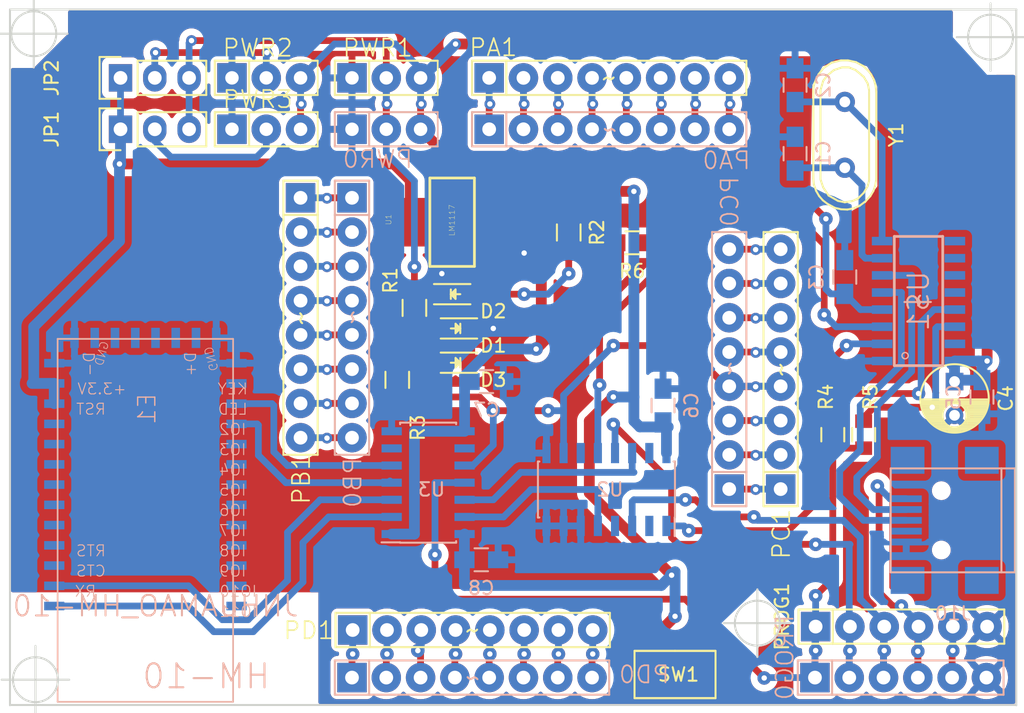
<source format=kicad_pcb>
(kicad_pcb (version 20221018) (generator pcbnew)
  (layers (0 "F.Cu" signal "Top") (31 "B.Cu" signal "Bottom") (34 "B.Paste" user) (35 "F.Paste" user) (36 "B.SilkS" user "B.Silkscreen") (37 "F.SilkS" user "F.Silkscreen") (38 "B.Mask" user) (39 "F.Mask" user) (44 "Edge.Cuts" user))
  (net 0 "")
  (net 1 "GND")
  (net 2 "/N$8")
  (net 3 "/3V3")
  (net 4 "/N$6")
  (net 5 "/N$2")
  (net 6 "/N$44")
  (net 7 "/N$45")
  (net 8 "/DTR")
  (net 9 "/N$40")
  (net 10 "/N$39")
  (net 11 "/N$38")
  (net 12 "/N$37")
  (net 13 "/N$36")
  (net 14 "/N$35")
  (net 15 "/N$34")
  (net 16 "/N$33")
  (net 17 "/N$25")
  (net 18 "/N$26")
  (net 19 "/N$27")
  (net 20 "/N$28")
  (net 21 "/N$29")
  (net 22 "/N$30")
  (net 23 "/N$31")
  (net 24 "/N$32")
  (net 25 "/N$17")
  (net 26 "/N$18")
  (net 27 "/N$19")
  (net 28 "/PB")
  (net 29 "/N$21")
  (net 30 "/N$22")
  (net 31 "/N$23")
  (net 32 "/N$24")
  (net 33 "/N$9")
  (net 34 "/N$10")
  (net 35 "/N$11")
  (net 36 "/N$12")
  (net 37 "/N$13")
  (net 38 "/N$14")
  (net 39 "/N$15")
  (net 40 "/N$16")
  (net 41 "/N$20")
  (net 42 "Vdd")
  (net 43 "Net-(E1-Pad2)")
  (net 44 "Net-(E1-Pad1)")
  (net 45 "/RX")
  (net 46 "/TX")
  (net 47 "Net-(U2-Pad14)")
  (net 48 "Net-(U2-Pad5)")
  (net 49 "/XI")
  (net 50 "/XO")
  (net 51 "/D-")
  (net 52 "D+")
  (net 53 "/RXD-CH340G")
  (net 54 "/TXD-CH340G")
  (net 55 "Net-(D1-Pad2)")
  (net 56 "Net-(D2-Pad2)")
  (net 57 "Net-(D3-Pad2)")
  (net 58 "/DTR-BT")
  (net 59 "/CONN-BT")
  (net 60 "Net-(R5-Pad1)")
  (net 61 "/DTR-USB")
  (footprint "shield:SPARKFUN-POWERIC_SOT223" (layer "F.Cu") (at 142.748 92.837 90)
    (fp_text reference "U1")
    (fp_text value "LM1117")
  )
  (footprint "shield:DP_DEVICES.V6_M1X8" (layer "F.Cu") (at 154.3811 82.1386)
    (fp_text reference "PA1")
    (fp_text value "~")
  )
  (footprint "shield:DP_DEVICES.V6_M1X8" (layer "F.Cu") (at 131.5211 99.9186 -90)
    (fp_text reference "PB1")
    (fp_text value "~")
  )
  (footprint "shield:DP_DEVICES.V6_M1X8" (layer "F.Cu") (at 167.0811 103.7286 90)
    (fp_text reference "PC1")
    (fp_text value "~")
  )
  (footprint "shield:DP_DEVICES.V6_M1X8" (layer "F.Cu") (at 144.272 123.063)
    (fp_text reference "PD1")
    (fp_text value "~")
  )
  (footprint "shield:DP_DEVICES.V6_M1X6" (layer "F.Cu") (at 169.672 122.809)
    (fp_text reference "PROG1")
    (fp_text value "~")
  )
  (footprint "LEDs:LED_0805" (layer "F.Cu") (at 143.002 100.711 180)
    (fp_text reference "D1")
    (fp_text value "ORANGE")
  )
  (footprint "LEDs:LED_0805" (layer "F.Cu") (at 143.002 98.171)
    (fp_text reference "D2")
    (fp_text value "RED")
  )
  (footprint "LEDs:LED_0805" (layer "F.Cu") (at 143.002 103.251 180)
    (fp_text reference "D3")
    (fp_text value "BLUE")
  )
  (footprint "Resistors_SMD:R_0805_HandSoldering" (layer "F.Cu") (at 139.954 99.187 -90)
    (fp_text reference "R1")
    (fp_text value "68")
  )
  (footprint "Resistors_SMD:R_0805_HandSoldering" (layer "F.Cu") (at 151.384 93.599 -90)
    (fp_text reference "R2")
    (fp_text value "150")
  )
  (footprint "Resistors_SMD:R_0805_HandSoldering" (layer "F.Cu") (at 138.684 104.521 -90)
    (fp_text reference "R3")
    (fp_text value "100")
  )
  (footprint "Capacitors_SMD:C_0805" (layer "F.Cu") (at 170.942 108.585 -90)
    (fp_text reference "R4")
    (fp_text value "DTR-RST")
  )
  (footprint "Capacitors_SMD:C_0805" (layer "F.Cu") (at 173.228 108.585 -90)
    (fp_text reference "R5")
    (fp_text value "RTS-RST")
  )
  (footprint "shield-pretty:NANO-SWITCH" (layer "F.Cu") (at 159.258 126.111)
    (fp_text reference "SW1")
    (fp_text value "RESET")
  )
  (footprint "Capacitors_THT:C_Radial_D5_L6_P2.5" (layer "F.Cu") (at 179.959 104.648 -90)
    (fp_text reference "C4")
    (fp_text value "22u")
  )
  (footprint "shield:DP_DEVICES.V6_M1X3" (layer "F.Cu") (at 135.3311 82.1386)
    (fp_text reference "PWR1")
    (fp_text value "~")
  )
  (footprint "shield:DP_DEVICES.V6_M1X3" (layer "F.Cu") (at 126.4411 82.1386)
    (fp_text reference "PWR2")
    (fp_text value "~")
  )
  (footprint "shield:DP_DEVICES.V6_M1X3" (layer "F.Cu") (at 126.4411 85.9486)
    (fp_text reference "PWR3")
    (fp_text value "~")
  )
  (footprint "Crystals:Crystal_HC49-U_Vertical" (layer "F.Cu") (at 171.831 86.36 -90)
    (fp_text reference "Y1")
    (fp_text value "12M")
  )
  (footprint "Pin_Headers:Pin_Header_Straight_1x03" (layer "F.Cu") (at 118.1861 85.9486 90)
    (fp_text reference "JP1")
    (fp_text value "~")
  )
  (footprint "Pin_Headers:Pin_Header_Straight_1x03" (layer "F.Cu") (at 118.1861 82.1386 90)
    (fp_text reference "JP2")
    (fp_text value "~")
  )
  (footprint "Capacitors_SMD:C_0805" (layer "F.Cu") (at 156.083 94.361 180)
    (fp_text reference "R6")
    (fp_text value "3V3USB")
  )
  (footprint "shield:DP_DEVICES.V6_M1X8" (layer "B.Cu") (at 154.3811 85.9486)
    (fp_text reference "PA0")
    (fp_text value "~")
  )
  (footprint "shield:DP_DEVICES.V6_M1X8" (layer "B.Cu") (at 135.3311 99.9186 -90)
    (fp_text reference "PB0")
    (fp_text value "~")
  )
  (footprint "shield:DP_DEVICES.V6_M1X8" (layer "B.Cu") (at 163.2711 103.7286 90)
    (fp_text reference "PC0")
    (fp_text value "~")
  )
  (footprint "shield:DP_DEVICES.V6_M1X8" (layer "B.Cu") (at 144.2211 126.5886)
    (fp_text reference "PD0")
    (fp_text value "~")
  )
  (footprint "shield:DP_DEVICES.V6_M1X6" (layer "B.Cu") (at 169.6211 126.5886)
    (fp_text reference "PROG0")
    (fp_text value "~")
  )
  (footprint "shield:DP_DEVICES.V6_M1X3" (layer "B.Cu") (at 135.3311 85.9486)
    (fp_text reference "PWR0")
    (fp_text value "~")
  )
  (footprint "Housings_SOIC:SOIC-16_3.9x9.9mm_Pitch1.27mm" (layer "B.Cu") (at 154.178 112.649 90)
    (fp_text reference "U2")
    (fp_text value "74LV4052")
  )
  (footprint "Housings_SOIC:SOIC-14_3.9x8.7mm_Pitch1.27mm" (layer "B.Cu") (at 140.97 112.141)
    (fp_text reference "U3")
    (fp_text value "TXB0104")
  )
  (footprint "Capacitors_SMD:C_0805_HandSoldering" (layer "B.Cu") (at 168.148 87.757 90)
    (fp_text reference "C1")
    (fp_text value "22p")
  )
  (footprint "Capacitors_SMD:C_0805_HandSoldering" (layer "B.Cu") (at 168.148 82.677 90)
    (fp_text reference "C2")
    (fp_text value "22p")
  )
  (footprint "Capacitors_SMD:C_0805_HandSoldering" (layer "B.Cu") (at 171.831 96.901 -90)
    (fp_text reference "C3")
    (fp_text value "0.01u")
  )
  (footprint "Capacitors_SMD:C_0805_HandSoldering" (layer "B.Cu") (at 181.991 105.791 -90)
    (fp_text reference "C5")
    (fp_text value "0.1u")
  )
  (footprint "Capacitors_SMD:C_0805_HandSoldering" (layer "B.Cu") (at 158.369 106.426 90)
    (fp_text reference "C6")
    (fp_text value "0.1u")
  )
  (footprint "Capacitors_SMD:C_0805_HandSoldering" (layer "B.Cu") (at 145.288 104.648)
    (fp_text reference "C7")
    (fp_text value "0.1u")
  )
  (footprint "Capacitors_SMD:C_0805_HandSoldering" (layer "B.Cu") (at 144.907 117.856)
    (fp_text reference "C8")
    (fp_text value "0.1u")
  )
  (footprint "shield:JNHUAMAO_26.9X13X2.2_BOARD" (layer "B.Cu") (at 120.777 121.285)
    (fp_text reference "E1")
    (fp_text value "JNHUAMAO_HM-10")
  )
  (footprint "shield:CH340G_SOIC16" (layer "B.Cu") (at 177.292 98.679 90)
    (fp_text reference "U$1")
    (fp_text value "~")
  )
  (footprint "shield-pretty:USB_Mini-B" (layer "B.Cu") (at 179.832 114.935 180)
    (fp_text reference "J10")
    (fp_text value "USB_OTG")
  )
  (gr_line (start 184.5311 128.64) (end 184.5311 77.0686) (stroke (width 0.15)) (layer "Edge.Cuts"))
  (gr_line (start 184.5311 77.0686) (end 110 77.0686) (stroke (width 0.15)) (layer "Edge.Cuts"))
  (gr_line (start 110 128.6206) (end 184.5311 128.6206) (stroke (width 0.15)) (layer "Edge.Cuts"))
  (gr_line (start 110 77.0686) (end 110 128.64) (stroke (width 0.15)) (layer "Edge.Cuts"))
  (target plus (at 111.887 126.746) (size 5) (width 0.15) (layer "Edge.Cuts"))
  (target plus (at 111.76 78.867) (size 5) (width 0.15) (layer "Edge.Cuts"))
  (target plus (at 182.626 79.121) (size 5) (width 0.15) (layer "Edge.Cuts"))
  (target plus (at 165.354 122.555) (size 5) (width 0.15) (layer "Edge.Cuts"))
  (segment (start 148.0566 95.1484) (end 148.082 95.123) (width 0.5) (layer "F.Cu") (net 1))
  (segment (start 141.95298 96.68002) (end 141.986 96.647) (width 0.8) (layer "F.Cu") (net 1))
  (segment (start 141.95298 98.171) (end 141.95298 96.68002) (width 0.8) (layer "F.Cu") (net 1))
  (segment (start 145.8468 95.1484) (end 148.0566 95.1484) (width 0.5) (layer "F.Cu") (net 1))
  (segment (start 135.3311 82.1386) (end 135.3311 81.6101) (width 0.8) (layer "F.Cu") (net 1))
  (segment (start 144.05102 103.251) (end 144.05102 100.711) (width 0.8) (layer "F.Cu") (net 1))
  (segment (start 144.05102 100.711) (end 145.796 100.711) (width 0.8) (layer "F.Cu") (net 1))
  (via (at 141.986 96.647) (size 1) (drill 0.4) (layers "F.Cu" "B.Cu") (net 1))
  (via (at 145.796 100.711) (size 1) (drill 0.4) (layers "F.Cu" "B.Cu") (net 1))
  (via (at 148.082 95.123) (size 0.8) (drill 0.4) (layers "F.Cu" "B.Cu") (net 1))
  (segment (start 146.578 104.775) (end 146.705 104.648) (width 0.8) (layer "B.Cu") (net 1))
  (segment (start 176.38268 117.45468) (end 176.403 117.475) (width 0.5) (layer "B.Cu") (net 1))
  (segment (start 182.372 122.809) (end 182.245 122.809) (width 0.8) (layer "B.Cu") (net 1))
  (segment (start 176.38268 116.5352) (end 176.38268 117.45468) (width 0.5) (layer "B.Cu") (net 1))
  (segment (start 170.434 92.583) (end 169.291 91.44) (width 0.5) (layer "F.Cu") (net 2))
  (segment (start 169.291 91.44) (end 160.004 91.44) (width 0.5) (layer "F.Cu") (net 2))
  (segment (start 160.004 91.44) (end 157.083 94.361) (width 0.5) (layer "F.Cu") (net 2))
  (via (at 170.434 92.583) (size 1) (drill 0.4) (layers "F.Cu" "B.Cu") (net 2))
  (segment (start 172.994 99.314) (end 171.831 98.151) (width 0.5) (layer "B.Cu") (net 2))
  (segment (start 170.795 98.151) (end 170.434 97.79) (width 0.5) (layer "B.Cu") (net 2))
  (segment (start 170.434 97.79) (end 170.434 92.583) (width 0.5) (layer "B.Cu") (net 2))
  (segment (start 174.59706 99.314) (end 172.994 99.314) (width 0.5) (layer "B.Cu") (net 2))
  (segment (start 171.831 98.151) (end 170.795 98.151) (width 0.5) (layer "B.Cu") (net 2))
  (segment (start 139.6492 89.7382) (end 138.43 88.519) (width 0.8) (layer "F.Cu") (net 3))
  (segment (start 138.43 88.519) (end 118.11 88.519) (width 0.8) (layer "F.Cu") (net 3))
  (segment (start 148.971 102.235) (end 149.352 101.854) (width 0.8) (layer "F.Cu") (net 3))
  (segment (start 149.352 101.854) (end 149.352 94.107) (width 0.8) (layer "F.Cu") (net 3))
  (segment (start 149.352 94.107) (end 148.082 92.837) (width 0.8) (layer "F.Cu") (net 3))
  (segment (start 148.082 92.837) (end 145.8468 92.837) (width 0.8) (layer "F.Cu") (net 3))
  (segment (start 155.083 96.123) (end 148.971 102.235) (width 0.8) (layer "F.Cu") (net 3))
  (segment (start 139.6492 92.837) (end 139.6492 89.7382) (width 0.8) (layer "F.Cu") (net 3))
  (segment (start 145.8468 92.837) (end 139.6492 92.837) (width 0.8) (layer "F.Cu") (net 3))
  (segment (start 155.083 94.361) (end 155.083 96.123) (width 0.8) (layer "F.Cu") (net 3))
  (via (at 118.11 88.519) (size 1) (drill 0.4) (layers "F.Cu" "B.Cu") (net 3))
  (via (at 148.971 102.235) (size 1) (drill 0.4) (layers "F.Cu" "B.Cu") (net 3))
  (segment (start 117.6324 85.9486) (end 118.1861 85.9486) (width 0.5) (layer "B.Cu") (net 3))
  (segment (start 118.1861 86.8171) (end 118.1861 85.9486) (width 0.8) (layer "B.Cu") (net 3))
  (segment (start 118.11 88.519) (end 118.1861 88.4429) (width 0.8) (layer "B.Cu") (net 3))
  (segment (start 118.1861 88.4429) (end 118.1861 85.9486) (width 0.8) (layer "B.Cu") (net 3))
  (segment (start 139.954 115.951) (end 139.954 108.331) (width 0.8) (layer "B.Cu") (net 3))
  (segment (start 139.954 108.331) (end 143.67 108.331) (width 0.8) (layer "B.Cu") (net 3))
  (segment (start 143.67 104.234) (end 145.669 102.235) (width 0.8) (layer "B.Cu") (net 3))
  (segment (start 145.669 102.235) (end 148.971 102.235) (width 0.8) (layer "B.Cu") (net 3))
  (segment (start 143.67 104.775) (end 143.67 104.234) (width 0.8) (layer "B.Cu") (net 3))
  (segment (start 111.64316 104.78516) (end 111.76 104.66832) (width 0.8) (layer "B.Cu") (net 3))
  (segment (start 111.76 104.66832) (end 111.76 100.584) (width 0.8) (layer "B.Cu") (net 3))
  (segment (start 111.76 100.584) (end 118.11 94.234) (width 0.8) (layer "B.Cu") (net 3))
  (segment (start 118.11 94.234) (end 118.11 88.519) (width 0.8) (layer "B.Cu") (net 3))
  (segment (start 113.27892 106.2863) (end 113.27892 104.78516) (width 0.8) (layer "B.Cu") (net 3))
  (segment (start 118.1861 85.9486) (end 118.1861 82.1386) (width 0.5) (layer "B.Cu") (net 3))
  (segment (start 113.27892 104.78516) (end 111.64316 104.78516) (width 0.8) (layer "B.Cu") (net 3))
  (segment (start 138.27 115.951) (end 139.954 115.951) (width 0.8) (layer "B.Cu") (net 3))
  (segment (start 118.1861 85.9486) (end 118.1861 86.5631) (width 0.5) (layer "B.Cu") (net 3))
  (segment (start 143.67 108.331) (end 143.67 104.775) (width 0.8) (layer "B.Cu") (net 3))
  (segment (start 177.2411 122.8599) (end 177.292 122.809) (width 0.5) (layer "F.Cu") (net 4))
  (segment (start 174.244 112.395) (end 174.371 112.522) (width 0.5) (layer "F.Cu") (net 4))
  (segment (start 174.371 112.522) (end 174.371 120.269) (width 0.5) (layer "F.Cu") (net 4))
  (segment (start 174.371 120.269) (end 175.387 121.285) (width 0.5) (layer "F.Cu") (net 4))
  (segment (start 175.387 121.285) (end 176.022 121.285) (width 0.5) (layer "F.Cu") (net 4))
  (segment (start 177.2411 126.5886) (end 177.2411 124.6379) (width 0.5) (layer "F.Cu") (net 4))
  (segment (start 177.2411 126.5886) (end 177.2411 122.8599) (width 0.5) (layer "F.Cu") (net 4))
  (via (at 177.2411 124.6379) (size 1) (drill 0.4) (layers "F.Cu" "B.Cu") (net 4))
  (via (at 174.244 112.395) (size 1) (drill 0.4) (layers "F.Cu" "B.Cu") (net 4))
  (via (at 176.022 121.285) (size 1) (drill 0.4) (layers "F.Cu" "B.Cu") (net 4))
  (segment (start 177.2411 124.6379) (end 177.292 124.587) (width 0.5) (layer "B.Cu") (net 4))
  (segment (start 177.292 124.587) (end 177.292 122.809) (width 0.5) (layer "B.Cu") (net 4))
  (segment (start 177.292 122.555) (end 177.292 122.809) (width 0.5) (layer "B.Cu") (net 4))
  (segment (start 177.292 122.428) (end 177.292 122.809) (width 0.8) (layer "B.Cu") (net 4))
  (segment (start 175.1838 113.3348) (end 174.244 112.395) (width 0.5) (layer "B.Cu") (net 4))
  (segment (start 176.022 121.285) (end 177.292 122.555) (width 0.5) (layer "B.Cu") (net 4))
  (segment (start 177.292 122.555) (end 177.292 122.809) (width 0.5) (layer "B.Cu") (net 4))
  (segment (start 176.38268 113.3348) (end 175.1838 113.3348) (width 0.5) (layer "B.Cu") (net 4))
  (segment (start 176.38268 113.3348) (end 175.4378 113.3348) (width 0.5) (layer "B.Cu") (net 4))
  (segment (start 177.292 122.809) (end 177.292 122.047) (width 0.5) (layer "B.Cu") (net 4))
  (segment (start 137.8711 84.1249) (end 137.922 84.074) (width 0.5) (layer "F.Cu") (net 5))
  (segment (start 123.444 79.375) (end 137.922 79.375) (width 0.5) (layer "F.Cu") (net 5))
  (segment (start 137.922 79.375) (end 137.8711 79.4259) (width 0.5) (layer "F.Cu") (net 5))
  (segment (start 137.8711 79.4259) (end 137.8711 85.9486) (width 0.5) (layer "F.Cu") (net 5))
  (segment (start 139.954 96.139) (end 139.954 97.837) (width 0.5) (layer "F.Cu") (net 5))
  (segment (start 137.8711 85.9486) (end 137.8711 84.1249) (width 0.5) (layer "F.Cu") (net 5))
  (via (at 139.954 96.139) (size 1) (drill 0.4) (layers "F.Cu" "B.Cu") (net 5))
  (via (at 123.444 79.375) (size 0.8) (drill 0.4) (layers "F.Cu" "B.Cu") (net 5))
  (via (at 137.922 84.074) (size 0.8) (drill 0.4) (layers "F.Cu" "B.Cu") (net 5))
  (segment (start 137.922 84.074) (end 137.8711 84.0231) (width 0.5) (layer "B.Cu") (net 5))
  (segment (start 137.8711 84.0231) (end 137.8711 82.1386) (width 0.5) (layer "B.Cu") (net 5))
  (segment (start 123.2661 79.5529) (end 123.444 79.375) (width 0.5) (layer "B.Cu") (net 5))
  (segment (start 137.8711 87.7061) (end 139.954 89.789) (width 0.5) (layer "B.Cu") (net 5))
  (segment (start 139.954 89.789) (end 139.954 96.139) (width 0.5) (layer "B.Cu") (net 5))
  (segment (start 123.2661 85.9486) (end 123.2661 82.1386) (width 0.5) (layer "B.Cu") (net 5))
  (segment (start 123.2661 82.1386) (end 123.2661 79.5529) (width 0.5) (layer "B.Cu") (net 5))
  (segment (start 137.8711 85.9486) (end 137.8711 87.7061) (width 0.5) (layer "B.Cu") (net 5))
  (segment (start 128.9811 86.5631) (end 128.9811 85.9486) (width 0.5) (layer "B.Cu") (net 6))
  (segment (start 120.7261 86.8171) (end 121.92 88.011) (width 0.5) (layer "B.Cu") (net 6))
  (segment (start 121.92 88.011) (end 128.27 88.011) (width 0.5) (layer "B.Cu") (net 6))
  (segment (start 128.27 88.011) (end 128.9811 87.2999) (width 0.5) (layer "B.Cu") (net 6))
  (segment (start 128.9811 87.2999) (end 128.9811 85.9486) (width 0.5) (layer "B.Cu") (net 6))
  (segment (start 120.7261 85.9486) (end 120.7261 86.8171) (width 0.5) (layer "B.Cu") (net 6))
  (segment (start 120.7261 85.9486) (end 120.7261 86.5631) (width 0.5) (layer "B.Cu") (net 6))
  (segment (start 120.777 80.264) (end 129.032 80.264) (width 0.5) (layer "F.Cu") (net 7))
  (via (at 129.032 80.264) (size 0.8) (drill 0.4) (layers "F.Cu" "B.Cu") (net 7))
  (via (at 120.777 80.264) (size 0.8) (drill 0.4) (layers "F.Cu" "B.Cu") (net 7))
  (segment (start 128.9811 81.4831) (end 128.9811 82.1386) (width 0.5) (layer "B.Cu") (net 7))
  (segment (start 120.7261 80.3149) (end 120.777 80.264) (width 0.5) (layer "B.Cu") (net 7))
  (segment (start 129.032 80.264) (end 128.9811 80.3149) (width 0.5) (layer "B.Cu") (net 7))
  (segment (start 128.9811 80.3149) (end 128.9811 82.1386) (width 0.5) (layer "B.Cu") (net 7))
  (segment (start 120.7261 82.1386) (end 120.7261 81.5849) (width 0.5) (layer "B.Cu") (net 7))
  (segment (start 120.7261 82.1386) (end 120.7261 80.3149) (width 0.5) (layer "B.Cu") (net 7))
  (segment (start 141.478 117.475) (end 141.478 120.777) (width 0.5) (layer "F.Cu") (net 8))
  (segment (start 160.02 120.777) (end 164.338 125.095) (width 0.5) (layer "F.Cu") (net 8))
  (segment (start 163.072 126.361) (end 164.338 125.095) (width 0.5) (layer "F.Cu") (net 8))
  (segment (start 164.338 125.095) (end 165.862 126.619) (width 0.5) (layer "F.Cu") (net 8))
  (segment (start 169.672 120.523) (end 170.942 119.253) (width 0.5) (layer "F.Cu") (net 8))
  (segment (start 170.942 119.253) (end 170.942 109.585) (width 0.5) (layer "F.Cu") (net 8))
  (segment (start 169.6211 124.6379) (end 169.672 124.587) (width 0.5) (layer "F.Cu") (net 8))
  (segment (start 162.758 126.361) (end 163.072 126.361) (width 0.5) (layer "F.Cu") (net 8))
  (segment (start 141.478 120.777) (end 160.02 120.777) (width 0.5) (layer "F.Cu") (net 8))
  (segment (start 169.6211 126.5886) (end 169.6211 124.6379) (width 0.5) (layer "F.Cu") (net 8))
  (segment (start 173.228 109.585) (end 170.942 109.585) (width 0.5) (layer "F.Cu") (net 8))
  (via (at 169.672 124.587) (size 1) (drill 0.4) (layers "F.Cu" "B.Cu") (net 8))
  (via (at 141.478 117.475) (size 1) (drill 0.4) (layers "F.Cu" "B.Cu") (net 8))
  (via (at 169.672 120.523) (size 1) (drill 0.4) (layers "F.Cu" "B.Cu") (net 8))
  (via (at 165.862 126.619) (size 1) (drill 0.4) (layers "F.Cu" "B.Cu") (net 8))
  (segment (start 141.478 112.141) (end 141.478 117.475) (width 0.5) (layer "B.Cu") (net 8))
  (segment (start 165.862 126.619) (end 165.8924 126.5886) (width 0.5) (layer "B.Cu") (net 8))
  (segment (start 165.8924 126.5886) (end 169.6211 126.5886) (width 0.5) (layer "B.Cu") (net 8))
  (segment (start 169.6211 122.8599) (end 169.672 122.809) (width 0.5) (layer "B.Cu") (net 8))
  (segment (start 169.672 124.587) (end 169.672 122.809) (width 0.5) (layer "B.Cu") (net 8))
  (segment (start 143.67 112.141) (end 141.478 112.141) (width 0.5) (layer "B.Cu") (net 8))
  (segment (start 169.6211 126.5886) (end 169.6211 122.8599) (width 0.5) (layer "B.Cu") (net 8))
  (segment (start 169.672 122.809) (end 169.672 120.523) (width 0.5) (layer "B.Cu") (net 8))
  (segment (start 145.542 84.074) (end 145.4911 84.1249) (width 0.5) (layer "F.Cu") (net 9))
  (segment (start 145.4911 84.1249) (end 145.4911 85.9486) (width 0.5) (layer "F.Cu") (net 9))
  (via (at 145.542 84.074) (size 0.8) (drill 0.4) (layers "F.Cu" "B.Cu") (net 9))
  (segment (start 145.4911 84.0231) (end 145.542 84.074) (width 0.5) (layer "B.Cu") (net 9))
  (segment (start 145.4911 82.1386) (end 145.4911 84.0231) (width 0.5) (layer "B.Cu") (net 9))
  (segment (start 148.0311 84.1249) (end 148.082 84.074) (width 0.5) (layer "F.Cu") (net 10))
  (segment (start 148.0311 85.9486) (end 148.0311 84.1249) (width 0.5) (layer "F.Cu") (net 10))
  (via (at 148.082 84.074) (size 0.8) (drill 0.4) (layers "F.Cu" "B.Cu") (net 10))
  (segment (start 148.082 84.074) (end 148.0311 84.0231) (width 0.5) (layer "B.Cu") (net 10))
  (segment (start 148.0311 84.0231) (end 148.0311 82.1386) (width 0.5) (layer "B.Cu") (net 10))
  (segment (start 150.622 84.074) (end 150.5711 84.1249) (width 0.5) (layer "F.Cu") (net 11))
  (segment (start 150.5711 84.1249) (end 150.5711 85.9486) (width 0.5) (layer "F.Cu") (net 11))
  (via (at 150.622 84.074) (size 0.8) (drill 0.4) (layers "F.Cu" "B.Cu") (net 11))
  (segment (start 150.5711 84.0231) (end 150.622 84.074) (width 0.5) (layer "B.Cu") (net 11))
  (segment (start 150.5711 82.1386) (end 150.5711 84.0231) (width 0.5) (layer "B.Cu") (net 11))
  (segment (start 153.1111 84.1249) (end 153.162 84.074) (width 0.5) (layer "F.Cu") (net 12))
  (segment (start 153.1111 85.9486) (end 153.1111 84.1249) (width 0.5) (layer "F.Cu") (net 12))
  (via (at 153.162 84.074) (size 0.8) (drill 0.4) (layers "F.Cu" "B.Cu") (net 12))
  (segment (start 153.162 84.074) (end 153.1111 84.0231) (width 0.5) (layer "B.Cu") (net 12))
  (segment (start 153.1111 84.0231) (end 153.1111 82.1386) (width 0.5) (layer "B.Cu") (net 12))
  (segment (start 155.702 84.074) (end 155.6511 84.1249) (width 0.5) (layer "F.Cu") (net 13))
  (segment (start 155.6511 84.1249) (end 155.6511 85.9486) (width 0.5) (layer "F.Cu") (net 13))
  (via (at 155.702 84.074) (size 0.8) (drill 0.4) (layers "F.Cu" "B.Cu") (net 13))
  (segment (start 155.6511 84.0231) (end 155.702 84.074) (width 0.5) (layer "B.Cu") (net 13))
  (segment (start 155.6511 82.1386) (end 155.6511 84.0231) (width 0.5) (layer "B.Cu") (net 13))
  (segment (start 158.1911 84.1249) (end 158.242 84.074) (width 0.5) (layer "F.Cu") (net 14))
  (segment (start 158.1911 85.9486) (end 158.1911 84.1249) (width 0.5) (layer "F.Cu") (net 14))
  (via (at 158.242 84.074) (size 0.8) (drill 0.4) (layers "F.Cu" "B.Cu") (net 14))
  (segment (start 158.242 84.074) (end 158.1911 84.0231) (width 0.5) (layer "B.Cu") (net 14))
  (segment (start 158.1911 84.0231) (end 158.1911 82.1386) (width 0.5) (layer "B.Cu") (net 14))
  (segment (start 160.782 84.074) (end 160.7311 84.1249) (width 0.5) (layer "F.Cu") (net 15))
  (segment (start 160.7311 84.1249) (end 160.7311 85.9486) (width 0.5) (layer "F.Cu") (net 15))
  (via (at 160.782 84.074) (size 0.8) (drill 0.4) (layers "F.Cu" "B.Cu") (net 15))
  (segment (start 160.7311 84.0231) (end 160.782 84.074) (width 0.5) (layer "B.Cu") (net 15))
  (segment (start 160.7311 82.1386) (end 160.7311 84.0231) (width 0.5) (layer "B.Cu") (net 15))
  (segment (start 163.2711 84.1249) (end 163.322 84.074) (width 0.5) (layer "F.Cu") (net 16))
  (segment (start 163.2711 85.9486) (end 163.2711 84.1249) (width 0.5) (layer "F.Cu") (net 16))
  (via (at 163.322 84.074) (size 0.8) (drill 0.4) (layers "F.Cu" "B.Cu") (net 16))
  (segment (start 163.322 84.074) (end 163.2711 84.0231) (width 0.5) (layer "B.Cu") (net 16))
  (segment (start 163.2711 84.0231) (end 163.2711 82.1386) (width 0.5) (layer "B.Cu") (net 16))
  (segment (start 133.477 108.839) (end 133.5074 108.8086) (width 0.5) (layer "F.Cu") (net 17))
  (segment (start 133.5074 108.8086) (end 135.3311 108.8086) (width 0.5) (layer "F.Cu") (net 17))
  (via (at 133.477 108.839) (size 0.8) (drill 0.4) (layers "F.Cu" "B.Cu") (net 17))
  (segment (start 133.4466 108.8086) (end 133.477 108.839) (width 0.5) (layer "B.Cu") (net 17))
  (segment (start 131.5211 108.8086) (end 133.4466 108.8086) (width 0.5) (layer "B.Cu") (net 17))
  (segment (start 133.5074 106.2686) (end 133.477 106.299) (width 0.5) (layer "F.Cu") (net 18))
  (segment (start 135.3311 106.2686) (end 133.5074 106.2686) (width 0.5) (layer "F.Cu") (net 18))
  (via (at 133.477 106.299) (size 0.8) (drill 0.4) (layers "F.Cu" "B.Cu") (net 18))
  (segment (start 133.477 106.299) (end 133.4466 106.2686) (width 0.5) (layer "B.Cu") (net 18))
  (segment (start 133.4466 106.2686) (end 131.5211 106.2686) (width 0.5) (layer "B.Cu") (net 18))
  (segment (start 133.477 103.759) (end 133.5074 103.7286) (width 0.5) (layer "F.Cu") (net 19))
  (segment (start 133.5074 103.7286) (end 135.3311 103.7286) (width 0.5) (layer "F.Cu") (net 19))
  (via (at 133.477 103.759) (size 0.8) (drill 0.4) (layers "F.Cu" "B.Cu") (net 19))
  (segment (start 133.4466 103.7286) (end 133.477 103.759) (width 0.5) (layer "B.Cu") (net 19))
  (segment (start 131.5211 103.7286) (end 133.4466 103.7286) (width 0.5) (layer "B.Cu") (net 19))
  (segment (start 133.5074 101.1886) (end 133.477 101.219) (width 0.5) (layer "F.Cu") (net 20))
  (segment (start 135.3311 101.1886) (end 133.5074 101.1886) (width 0.5) (layer "F.Cu") (net 20))
  (via (at 133.477 101.219) (size 0.8) (drill 0.4) (layers "F.Cu" "B.Cu") (net 20))
  (segment (start 133.477 101.219) (end 133.4466 101.1886) (width 0.5) (layer "B.Cu") (net 20))
  (segment (start 133.4466 101.1886) (end 131.5211 101.1886) (width 0.5) (layer "B.Cu") (net 20))
  (segment (start 133.477 98.679) (end 133.5074 98.6486) (width 0.5) (layer "F.Cu") (net 21))
  (segment (start 133.5074 98.6486) (end 135.3311 98.6486) (width 0.5) (layer "F.Cu") (net 21))
  (via (at 133.477 98.679) (size 0.8) (drill 0.4) (layers "F.Cu" "B.Cu") (net 21))
  (segment (start 133.4466 98.6486) (end 133.477 98.679) (width 0.5) (layer "B.Cu") (net 21))
  (segment (start 131.5211 98.6486) (end 133.4466 98.6486) (width 0.5) (layer "B.Cu") (net 21))
  (segment (start 133.5074 96.1086) (end 133.477 96.139) (width 0.5) (layer "F.Cu") (net 22))
  (segment (start 135.3311 96.1086) (end 133.5074 96.1086) (width 0.5) (layer "F.Cu") (net 22))
  (via (at 133.477 96.139) (size 0.8) (drill 0.4) (layers "F.Cu" "B.Cu") (net 22))
  (segment (start 133.477 96.139) (end 133.4466 96.1086) (width 0.5) (layer "B.Cu") (net 22))
  (segment (start 133.4466 96.1086) (end 131.5211 96.1086) (width 0.5) (layer "B.Cu") (net 22))
  (segment (start 133.477 93.599) (end 133.5074 93.5686) (width 0.5) (layer "F.Cu") (net 23))
  (segment (start 133.5074 93.5686) (end 135.3311 93.5686) (width 0.5) (layer "F.Cu") (net 23))
  (via (at 133.477 93.599) (size 0.8) (drill 0.4) (layers "F.Cu" "B.Cu") (net 23))
  (segment (start 133.4466 93.5686) (end 133.477 93.599) (width 0.5) (layer "B.Cu") (net 23))
  (segment (start 131.5211 93.5686) (end 133.4466 93.5686) (width 0.5) (layer "B.Cu") (net 23))
  (segment (start 133.477 91.059) (end 133.5074 91.0286) (width 0.5) (layer "F.Cu") (net 24))
  (segment (start 133.5074 91.0286) (end 135.3311 91.0286) (width 0.5) (layer "F.Cu") (net 24))
  (via (at 133.477 91.059) (size 0.8) (drill 0.4) (layers "F.Cu" "B.Cu") (net 24))
  (segment (start 133.4466 91.0286) (end 133.477 91.059) (width 0.5) (layer "B.Cu") (net 24))
  (segment (start 131.5211 91.0286) (end 133.4466 91.0286) (width 0.5) (layer "B.Cu") (net 24))
  (segment (start 165.227 94.869) (end 165.1966 94.8386) (width 0.5) (layer "F.Cu") (net 25))
  (segment (start 165.1966 94.8386) (end 163.2711 94.8386) (width 0.5) (layer "F.Cu") (net 25))
  (via (at 165.227 94.869) (size 0.8) (drill 0.4) (layers "F.Cu" "B.Cu") (net 25))
  (segment (start 165.2574 94.8386) (end 165.227 94.869) (width 0.5) (layer "B.Cu") (net 25))
  (segment (start 167.0811 94.8386) (end 165.2574 94.8386) (width 0.5) (layer "B.Cu") (net 25))
  (segment (start 165.1966 97.3786) (end 165.227 97.409) (width 0.5) (layer "F.Cu") (net 26))
  (segment (start 163.2711 97.3786) (end 165.1966 97.3786) (width 0.5) (layer "F.Cu") (net 26))
  (via (at 165.227 97.409) (size 0.8) (drill 0.4) (layers "F.Cu" "B.Cu") (net 26))
  (segment (start 165.227 97.409) (end 165.2574 97.3786) (width 0.5) (layer "B.Cu") (net 26))
  (segment (start 165.2574 97.3786) (end 167.0811 97.3786) (width 0.5) (layer "B.Cu") (net 26))
  (segment (start 165.227 99.949) (end 165.1966 99.9186) (width 0.5) (layer "F.Cu") (net 27))
  (segment (start 165.1966 99.9186) (end 163.2711 99.9186) (width 0.5) (layer "F.Cu") (net 27))
  (via (at 165.227 99.949) (size 0.8) (drill 0.4) (layers "F.Cu" "B.Cu") (net 27))
  (segment (start 165.2574 99.9186) (end 165.227 99.949) (width 0.5) (layer "B.Cu") (net 27))
  (segment (start 167.0811 99.9186) (end 165.2574 99.9186) (width 0.5) (layer "B.Cu") (net 27))
  (segment (start 165.1966 102.4586) (end 165.227 102.489) (width 0.5) (layer "F.Cu") (net 28))
  (segment (start 163.2711 102.4586) (end 165.1966 102.4586) (width 0.5) (layer "F.Cu") (net 28))
  (via (at 165.227 102.489) (size 0.8) (drill 0.4) (layers "F.Cu" "B.Cu") (net 28))
  (segment (start 165.227 102.489) (end 165.2574 102.4586) (width 0.5) (layer "B.Cu") (net 28))
  (segment (start 165.2574 102.4586) (end 167.0811 102.4586) (width 0.5) (layer "B.Cu") (net 28))
  (segment (start 165.227 105.029) (end 165.1966 104.9986) (width 0.5) (layer "F.Cu") (net 29))
  (segment (start 165.1966 104.9986) (end 163.2711 104.9986) (width 0.5) (layer "F.Cu") (net 29))
  (segment (start 163.2407 105.029) (end 165.227 105.029) (width 0.5) (layer "F.Cu") (net 29))
  (segment (start 145.796 106.807) (end 144.78 105.791) (width 0.5) (layer "F.Cu") (net 29))
  (segment (start 144.78 105.791) (end 138.764 105.791) (width 0.5) (layer "F.Cu") (net 29))
  (segment (start 138.764 105.791) (end 138.684 105.871) (width 0.5) (layer "F.Cu") (net 29))
  (segment (start 154.686 101.981) (end 160.02 101.981) (width 0.5) (layer "F.Cu") (net 29))
  (segment (start 160.02 101.981) (end 163.0376 104.9986) (width 0.5) (layer "F.Cu") (net 29))
  (segment (start 163.0376 104.9986) (end 167.0811 104.9986) (width 0.5) (layer "F.Cu") (net 29))
  (segment (start 145.796 106.807) (end 149.86 106.807) (width 0.5) (layer "F.Cu") (net 29))
  (via (at 154.686 101.981) (size 1) (drill 0.4) (layers "F.Cu" "B.Cu") (net 29))
  (via (at 145.796 106.807) (size 1) (drill 0.4) (layers "F.Cu" "B.Cu") (net 29))
  (via (at 165.227 105.029) (size 0.8) (drill 0.4) (layers "F.Cu" "B.Cu") (net 29))
  (via (at 149.86 106.807) (size 1) (drill 0.4) (layers "F.Cu" "B.Cu") (net 29))
  (segment (start 165.2574 104.9986) (end 165.227 105.029) (width 0.5) (layer "B.Cu") (net 29))
  (segment (start 144.272 110.871) (end 145.796 109.347) (width 0.5) (layer "B.Cu") (net 29))
  (segment (start 145.796 109.347) (end 145.796 106.807) (width 0.5) (layer "B.Cu") (net 29))
  (segment (start 151.003 108.077) (end 151.003 109.949) (width 0.5) (layer "B.Cu") (net 29))
  (segment (start 163.2711 104.9986) (end 167.0811 104.9986) (width 0.5) (layer "B.Cu") (net 29))
  (segment (start 163.2711 104.9986) (end 167.0811 104.9986) (width 0.5) (layer "B.Cu") (net 29))
  (segment (start 151.003 105.664) (end 154.686 101.981) (width 0.5) (layer "B.Cu") (net 29))
  (segment (start 149.86 106.807) (end 151.003 106.807) (width 0.5) (layer "B.Cu") (net 29))
  (segment (start 151.003 106.807) (end 150.876 106.807) (width 0.5) (layer "B.Cu") (net 29))
  (segment (start 150.876 106.807) (end 151.003 106.807) (width 0.5) (layer "B.Cu") (net 29))
  (segment (start 151.003 106.807) (end 151.003 105.664) (width 0.5) (layer "B.Cu") (net 29))
  (segment (start 167.0811 104.9986) (end 165.2574 104.9986) (width 0.5) (layer "B.Cu") (net 29))
  (segment (start 151.003 108.077) (end 151.003 106.807) (width 0.5) (layer "B.Cu") (net 29))
  (segment (start 143.67 110.871) (end 144.272 110.871) (width 0.5) (layer "B.Cu") (net 29))
  (segment (start 165.1966 107.5386) (end 165.227 107.569) (width 0.5) (layer "F.Cu") (net 30))
  (segment (start 163.2711 107.5386) (end 165.1966 107.5386) (width 0.5) (layer "F.Cu") (net 30))
  (via (at 165.227 107.569) (size 0.8) (drill 0.4) (layers "F.Cu" "B.Cu") (net 30))
  (segment (start 165.227 107.569) (end 165.2574 107.5386) (width 0.5) (layer "B.Cu") (net 30))
  (segment (start 165.2574 107.5386) (end 167.0811 107.5386) (width 0.5) (layer "B.Cu") (net 30))
  (segment (start 165.227 110.109) (end 165.1966 110.0786) (width 0.5) (layer "F.Cu") (net 31))
  (segment (start 165.1966 110.0786) (end 163.2711 110.0786) (width 0.5) (layer "F.Cu") (net 31))
  (via (at 165.227 110.109) (size 0.8) (drill 0.4) (layers "F.Cu" "B.Cu") (net 31))
  (segment (start 165.2574 110.0786) (end 165.227 110.109) (width 0.5) (layer "B.Cu") (net 31))
  (segment (start 167.0811 110.0786) (end 165.2574 110.0786) (width 0.5) (layer "B.Cu") (net 31))
  (segment (start 165.1966 112.6186) (end 165.227 112.649) (width 0.5) (layer "F.Cu") (net 32))
  (segment (start 163.2711 112.6186) (end 165.1966 112.6186) (width 0.5) (layer "F.Cu") (net 32))
  (via (at 165.227 112.649) (size 0.8) (drill 0.4) (layers "F.Cu" "B.Cu") (net 32))
  (segment (start 165.227 112.649) (end 165.2574 112.6186) (width 0.5) (layer "B.Cu") (net 32))
  (segment (start 165.2574 112.6186) (end 167.0811 112.6186) (width 0.5) (layer "B.Cu") (net 32))
  (segment (start 153.162 124.841) (end 153.1111 124.8919) (width 0.5) (layer "F.Cu") (net 33))
  (segment (start 153.1111 124.8919) (end 153.1111 126.5886) (width 0.5) (layer "F.Cu") (net 33))
  (via (at 153.162 124.841) (size 1) (drill 0.4) (layers "F.Cu" "B.Cu") (net 33))
  (segment (start 153.162 123.063) (end 153.162 124.841) (width 0.5) (layer "B.Cu") (net 33))
  (segment (start 150.5711 124.8919) (end 150.622 124.841) (width 0.5) (layer "F.Cu") (net 34))
  (segment (start 150.5711 126.5886) (end 150.5711 124.8919) (width 0.5) (layer "F.Cu") (net 34))
  (via (at 150.622 124.841) (size 1) (drill 0.4) (layers "F.Cu" "B.Cu") (net 34))
  (segment (start 150.622 124.841) (end 150.622 123.063) (width 0.5) (layer "B.Cu") (net 34))
  (segment (start 148.082 124.841) (end 148.0311 124.8919) (width 0.5) (layer "F.Cu") (net 35))
  (segment (start 148.0311 124.8919) (end 148.0311 126.5886) (width 0.5) (layer "F.Cu") (net 35))
  (via (at 148.082 124.841) (size 1) (drill 0.4) (layers "F.Cu" "B.Cu") (net 35))
  (segment (start 148.082 123.063) (end 148.082 124.841) (width 0.5) (layer "B.Cu") (net 35))
  (segment (start 145.4911 124.8919) (end 145.542 124.841) (width 0.5) (layer "F.Cu") (net 36))
  (segment (start 145.4911 126.5886) (end 145.4911 124.8919) (width 0.5) (layer "F.Cu") (net 36))
  (via (at 145.542 124.841) (size 1) (drill 0.4) (layers "F.Cu" "B.Cu") (net 36))
  (segment (start 145.542 124.841) (end 145.542 123.063) (width 0.5) (layer "B.Cu") (net 36))
  (segment (start 143.002 124.841) (end 142.9511 124.8919) (width 0.5) (layer "F.Cu") (net 37))
  (segment (start 142.9511 124.8919) (end 142.9511 126.5886) (width 0.5) (layer "F.Cu") (net 37))
  (via (at 143.002 124.841) (size 1) (drill 0.4) (layers "F.Cu" "B.Cu") (net 37))
  (segment (start 143.002 123.063) (end 143.002 124.841) (width 0.5) (layer "B.Cu") (net 37))
  (segment (start 140.4111 124.7901) (end 140.208 124.587) (width 0.5) (layer "F.Cu") (net 38))
  (segment (start 140.4111 126.5886) (end 140.4111 124.7901) (width 0.5) (layer "F.Cu") (net 38))
  (via (at 140.208 124.587) (size 1) (drill 0.4) (layers "F.Cu" "B.Cu") (net 38))
  (segment (start 140.208 124.587) (end 140.462 124.333) (width 0.5) (layer "B.Cu") (net 38))
  (segment (start 140.462 124.333) (end 140.462 123.063) (width 0.5) (layer "B.Cu") (net 38))
  (segment (start 137.922 124.841) (end 137.8711 124.8919) (width 0.5) (layer "F.Cu") (net 39))
  (segment (start 137.8711 124.8919) (end 137.8711 126.5886) (width 0.5) (layer "F.Cu") (net 39))
  (via (at 137.922 124.841) (size 1) (drill 0.4) (layers "F.Cu" "B.Cu") (net 39))
  (segment (start 137.922 123.063) (end 137.922 124.841) (width 0.5) (layer "B.Cu") (net 39))
  (segment (start 135.3311 124.8919) (end 135.382 124.841) (width 0.5) (layer "F.Cu") (net 40))
  (segment (start 135.3311 126.5886) (end 135.3311 124.8919) (width 0.5) (layer "F.Cu") (net 40))
  (via (at 135.382 124.841) (size 1) (drill 0.4) (layers "F.Cu" "B.Cu") (net 40))
  (segment (start 135.382 124.841) (end 135.382 123.063) (width 0.5) (layer "B.Cu") (net 40))
  (segment (start 179.832 124.587) (end 179.7811 124.6379) (width 0.5) (layer "F.Cu") (net 41))
  (segment (start 179.7811 124.6379) (end 179.7811 126.5886) (width 0.5) (layer "F.Cu") (net 41))
  (via (at 179.832 124.587) (size 1) (drill 0.4) (layers "F.Cu" "B.Cu") (net 41))
  (segment (start 179.832 122.809) (end 179.832 124.587) (width 0.5) (layer "B.Cu") (net 41))
  (segment (start 140.462 84.074) (end 140.4111 84.1249) (width 0.5) (layer "F.Cu") (net 42))
  (segment (start 140.4111 84.1249) (end 140.4111 85.9486) (width 0.5) (layer "F.Cu") (net 42))
  (segment (start 131.5211 84.1249) (end 131.572 84.074) (width 0.5) (layer "F.Cu") (net 42))
  (segment (start 182.372 103.124) (end 182.372 82.804) (width 0.8) (layer "F.Cu") (net 42))
  (segment (start 182.372 82.804) (end 179.197 79.629) (width 0.8) (layer "F.Cu") (net 42))
  (segment (start 179.197 79.629) (end 143.002 79.629) (width 0.8) (layer "F.Cu") (net 42))
  (segment (start 140.69314 86.23064) (end 140.4111 85.9486) (width 0.5) (layer "F.Cu") (net 42))
  (segment (start 144.99064 90.52814) (end 140.4111 85.9486) (width 0.8) (layer "F.Cu") (net 42))
  (segment (start 149.86 90.551) (end 149.83714 90.52814) (width 0.8) (layer "F.Cu") (net 42))
  (segment (start 149.83714 90.52814) (end 145.8468 90.52814) (width 0.8) (layer "F.Cu") (net 42))
  (segment (start 151.384 90.551) (end 149.86 90.551) (width 0.8) (layer "F.Cu") (net 42))
  (segment (start 155.758 125.547) (end 159.258 122.047) (width 0.8) (layer "F.Cu") (net 42))
  (segment (start 156.21 90.551) (end 151.384 90.551) (width 0.8) (layer "F.Cu") (net 42))
  (segment (start 152.908 112.903) (end 159.004 118.999) (width 0.8) (layer "F.Cu") (net 42))
  (segment (start 152.908 112.903) (end 152.908 107.569) (width 0.8) (layer "F.Cu") (net 42))
  (segment (start 152.908 107.569) (end 154.686 105.791) (width 0.8) (layer "F.Cu") (net 42))
  (segment (start 151.384 92.249) (end 151.384 90.551) (width 0.8) (layer "F.Cu") (net 42))
  (segment (start 155.758 126.361) (end 155.758 125.547) (width 0.8) (layer "F.Cu") (net 42))
  (segment (start 145.8468 90.52814) (end 144.99064 90.52814) (width 0.8) (layer "F.Cu") (net 42))
  (segment (start 145.8468 90.52814) (end 146.50086 90.52814) (width 0.8) (layer "F.Cu") (net 42))
  (segment (start 131.5211 85.9486) (end 131.5211 84.1249) (width 0.5) (layer "F.Cu") (net 42))
  (via (at 159.258 122.047) (size 1) (drill 0.4) (layers "F.Cu" "B.Cu") (net 42))
  (via (at 156.21 90.551) (size 1) (drill 0.4) (layers "F.Cu" "B.Cu") (net 42))
  (via (at 140.462 84.074) (size 0.8) (drill 0.4) (layers "F.Cu" "B.Cu") (net 42))
  (via (at 154.686 105.791) (size 1) (drill 0.4) (layers "F.Cu" "B.Cu") (net 42))
  (via (at 159.004 118.999) (size 1) (drill 0.4) (layers "F.Cu" "B.Cu") (net 42))
  (via (at 131.572 84.074) (size 0.8) (drill 0.4) (layers "F.Cu" "B.Cu") (net 42))
  (via (at 143.002 79.629) (size 0.8) (drill 0.4) (layers "F.Cu" "B.Cu") (net 42))
  (via (at 182.372 103.124) (size 0.8) (drill 0.4) (layers "F.Cu" "B.Cu") (net 42))
  (segment (start 140.4111 84.0231) (end 140.462 84.074) (width 0.5) (layer "B.Cu") (net 42))
  (segment (start 131.572 84.074) (end 131.5211 84.0231) (width 0.5) (layer "B.Cu") (net 42))
  (segment (start 131.5211 84.0231) (end 131.5211 82.1386) (width 0.5) (layer "B.Cu") (net 42))
  (segment (start 140.4111 81.4831) (end 138.557 79.629) (width 0.5) (layer "B.Cu") (net 42))
  (segment (start 138.557 79.629) (end 134.0307 79.629) (width 0.5) (layer "B.Cu") (net 42))
  (segment (start 134.0307 79.629) (end 131.5211 82.1386) (width 0.5) (layer "B.Cu") (net 42))
  (segment (start 181.737 103.124) (end 182.372 103.124) (width 0.8) (layer "B.Cu") (net 42))
  (segment (start 143.002 79.629) (end 140.4924 82.1386) (width 0.8) (layer "B.Cu") (net 42))
  (segment (start 140.4924 82.1386) (end 140.4111 82.1386) (width 0.8) (layer "B.Cu") (net 42))
  (segment (start 179.744 103.367) (end 179.987 103.124) (width 0.8) (layer "B.Cu") (net 42))
  (segment (start 158.623 108.138) (end 158.75 108.011) (width 0.8) (layer "B.Cu") (net 42))
  (segment (start 159.258 122.047) (end 159.258 118.745) (width 0.8) (layer "B.Cu") (net 42))
  (segment (start 159.258 118.745) (end 159.004 118.999) (width 0.8) (layer "B.Cu") (net 42))
  (segment (start 156.652 108.011) (end 156.21 107.569) (width 0.8) (layer "B.Cu") (net 42))
  (segment (start 156.21 107.569) (end 156.21 105.791) (width 0.8) (layer "B.Cu") (net 42))
  (segment (start 156.21 105.791) (end 154.686 105.791) (width 0.8) (layer "B.Cu") (net 42))
  (segment (start 156.21 105.791) (end 156.21 90.551) (width 0.8) (layer "B.Cu") (net 42))
  (segment (start 143.657 115.964) (end 143.67 115.951) (width 0.8) (layer "B.Cu") (net 42))
  (segment (start 143.657 119.741) (end 143.677 119.761) (width 0.8) (layer "B.Cu") (net 42))
  (segment (start 143.677 119.761) (end 158.242 119.761) (width 0.8) (layer "B.Cu") (net 42))
  (segment (start 158.242 119.761) (end 159.004 118.999) (width 0.8) (layer "B.Cu") (net 42))
  (segment (start 181.991 103.505) (end 182.372 103.124) (width 0.8) (layer "B.Cu") (net 42))
  (segment (start 180.066 104.541) (end 179.959 104.648) (width 0.8) (layer "B.Cu") (net 42))
  (segment (start 179.959 103.1494) (end 179.9844 103.124) (width 0.8) (layer "B.Cu") (net 42))
  (segment (start 143.657 117.856) (end 143.657 115.964) (width 0.8) (layer "B.Cu") (net 42))
  (segment (start 140.4111 82.1386) (end 140.4111 84.0231) (width 0.5) (layer "B.Cu") (net 42))
  (segment (start 143.657 117.856) (end 143.657 119.741) (width 0.8) (layer "B.Cu") (net 42))
  (segment (start 140.4111 82.1386) (end 140.4111 81.4831) (width 0.5) (layer "B.Cu") (net 42))
  (segment (start 179.987 103.124) (end 181.737 103.124) (width 0.8) (layer "B.Cu") (net 42))
  (segment (start 158.623 109.949) (end 158.623 108.138) (width 0.8) (layer "B.Cu") (net 42))
  (segment (start 181.991 104.541) (end 181.991 103.505) (width 0.8) (layer "B.Cu") (net 42))
  (segment (start 181.991 104.541) (end 180.066 104.541) (width 0.8) (layer "B.Cu") (net 42))
  (segment (start 179.959 104.648) (end 179.959 103.1494) (width 0.8) (layer "B.Cu") (net 42))
  (segment (start 158.75 108.011) (end 156.652 108.011) (width 0.8) (layer "B.Cu") (net 42))
  (segment (start 123.2154 119.7864) (end 125.73 122.301) (width 0.5) (layer "B.Cu") (net 43))
  (segment (start 125.73 122.301) (end 127.635 122.301) (width 0.5) (layer "B.Cu") (net 43))
  (segment (start 127.635 122.301) (end 130.556 119.38) (width 0.5) (layer "B.Cu") (net 43))
  (segment (start 130.556 119.38) (end 130.556 115.824) (width 0.5) (layer "B.Cu") (net 43))
  (segment (start 130.556 115.824) (end 132.969 113.411) (width 0.5) (layer "B.Cu") (net 43))
  (segment (start 132.969 113.411) (end 138.27 113.411) (width 0.5) (layer "B.Cu") (net 43))
  (segment (start 113.27892 119.7864) (end 123.2154 119.7864) (width 0.5) (layer "B.Cu") (net 43))
  (segment (start 123.19 121.285) (end 125.095 123.19) (width 0.5) (layer "B.Cu") (net 44))
  (segment (start 125.095 123.19) (end 128.016 123.19) (width 0.5) (layer "B.Cu") (net 44))
  (segment (start 128.016 123.19) (end 131.699 119.507) (width 0.5) (layer "B.Cu") (net 44))
  (segment (start 131.699 119.507) (end 131.699 116.586) (width 0.5) (layer "B.Cu") (net 44))
  (segment (start 131.699 116.586) (end 133.604 114.681) (width 0.5) (layer "B.Cu") (net 44))
  (segment (start 133.604 114.681) (end 138.27 114.681) (width 0.5) (layer "B.Cu") (net 44))
  (segment (start 113.27892 121.285) (end 123.19 121.285) (width 0.5) (layer "B.Cu") (net 44))
  (segment (start 172.212 124.587) (end 172.1611 124.6379) (width 0.5) (layer "F.Cu") (net 45))
  (segment (start 172.1611 124.6379) (end 172.1611 126.5886) (width 0.5) (layer "F.Cu") (net 45))
  (segment (start 154.686 107.823) (end 159.004 112.141) (width 0.5) (layer "F.Cu") (net 45))
  (segment (start 159.004 112.141) (end 159.004 116.205) (width 0.5) (layer "F.Cu") (net 45))
  (segment (start 159.004 116.205) (end 159.512 116.713) (width 0.5) (layer "F.Cu") (net 45))
  (segment (start 159.512 116.713) (end 169.672 116.713) (width 0.5) (layer "F.Cu") (net 45))
  (via (at 154.686 107.823) (size 1) (drill 0.4) (layers "F.Cu" "B.Cu") (net 45))
  (via (at 172.212 124.587) (size 1) (drill 0.4) (layers "F.Cu" "B.Cu") (net 45))
  (via (at 169.672 116.713) (size 1) (drill 0.4) (layers "F.Cu" "B.Cu") (net 45))
  (segment (start 154.813 107.95) (end 154.686 107.823) (width 0.5) (layer "B.Cu") (net 45))
  (segment (start 169.672 116.713) (end 172.212 116.713) (width 0.5) (layer "B.Cu") (net 45))
  (segment (start 172.212 116.713) (end 172.1611 116.7639) (width 0.5) (layer "B.Cu") (net 45))
  (segment (start 172.1611 116.7639) (end 172.1611 126.5886) (width 0.5) (layer "B.Cu") (net 45))
  (segment (start 172.212 122.809) (end 172.212 124.587) (width 0.5) (layer "B.Cu") (net 45))
  (segment (start 154.813 109.949) (end 154.813 107.95) (width 0.5) (layer "B.Cu") (net 45))
  (segment (start 174.7011 124.6379) (end 174.752 124.587) (width 0.5) (layer "F.Cu") (net 46))
  (segment (start 165.1 114.681) (end 162.052 114.681) (width 0.5) (layer "F.Cu") (net 46))
  (segment (start 162.052 114.681) (end 160.782 113.411) (width 0.5) (layer "F.Cu") (net 46))
  (segment (start 160.782 113.411) (end 160.02 113.411) (width 0.5) (layer "F.Cu") (net 46))
  (segment (start 174.7011 126.5886) (end 174.7011 124.6379) (width 0.5) (layer "F.Cu") (net 46))
  (segment (start 174.7011 126.5886) (end 174.7011 125.8061) (width 0.5) (layer "F.Cu") (net 46))
  (via (at 160.02 113.411) (size 1) (drill 0.4) (layers "F.Cu" "B.Cu") (net 46))
  (via (at 165.1 114.681) (size 1) (drill 0.4) (layers "F.Cu" "B.Cu") (net 46))
  (via (at 174.752 124.587) (size 1) (drill 0.4) (layers "F.Cu" "B.Cu") (net 46))
  (segment (start 174.752 124.587) (end 174.752 122.809) (width 0.5) (layer "B.Cu") (net 46))
  (segment (start 174.7011 122.7581) (end 174.7011 126.5886) (width 0.5) (layer "B.Cu") (net 46))
  (segment (start 174.7011 122.7581) (end 174.7011 126.5886) (width 0.5) (layer "B.Cu") (net 46))
  (segment (start 174.752 122.555) (end 172.974 120.777) (width 0.5) (layer "B.Cu") (net 46))
  (segment (start 172.974 120.777) (end 172.974 116.205) (width 0.5) (layer "B.Cu") (net 46))
  (segment (start 172.974 116.205) (end 171.704 114.935) (width 0.5) (layer "B.Cu") (net 46))
  (segment (start 171.704 114.935) (end 165.354 114.935) (width 0.5) (layer "B.Cu") (net 46))
  (segment (start 165.354 114.935) (end 165.1 114.681) (width 0.5) (layer "B.Cu") (net 46))
  (segment (start 160.02 113.411) (end 156.21 113.411) (width 0.5) (layer "B.Cu") (net 46))
  (segment (start 156.21 113.411) (end 156.083 113.538) (width 0.5) (layer "B.Cu") (net 46))
  (segment (start 156.083 113.538) (end 156.083 115.349) (width 0.5) (layer "B.Cu") (net 46))
  (segment (start 174.752 122.809) (end 174.752 122.555) (width 0.5) (layer "B.Cu") (net 46))
  (segment (start 145.796 113.411) (end 147.828 111.379) (width 0.5) (layer "B.Cu") (net 47))
  (segment (start 147.828 111.379) (end 156.21 111.379) (width 0.5) (layer "B.Cu") (net 47))
  (segment (start 156.21 111.379) (end 156.083 111.252) (width 0.5) (layer "B.Cu") (net 47))
  (segment (start 156.083 111.252) (end 156.083 109.949) (width 0.5) (layer "B.Cu") (net 47))
  (segment (start 143.67 113.411) (end 145.796 113.411) (width 0.5) (layer "B.Cu") (net 47))
  (segment (start 146.558 114.681) (end 148.59 112.649) (width 0.5) (layer "B.Cu") (net 48))
  (segment (start 148.59 112.649) (end 153.67 112.649) (width 0.5) (layer "B.Cu") (net 48))
  (segment (start 153.67 112.649) (end 153.543 112.776) (width 0.5) (layer "B.Cu") (net 48))
  (segment (start 153.543 112.776) (end 153.543 115.349) (width 0.5) (layer "B.Cu") (net 48))
  (segment (start 143.67 114.681) (end 146.558 114.681) (width 0.5) (layer "B.Cu") (net 48))
  (segment (start 173.35754 95.50654) (end 173.101 95.25) (width 0.5) (layer "B.Cu") (net 49))
  (segment (start 173.101 95.25) (end 173.101 90.07094) (width 0.5) (layer "B.Cu") (net 49))
  (segment (start 173.101 90.07094) (end 171.831 88.80094) (width 0.5) (layer "B.Cu") (net 49))
  (segment (start 168.35406 88.80094) (end 168.148 89.007) (width 0.5) (layer "B.Cu") (net 49))
  (segment (start 171.831 88.80094) (end 168.35406 88.80094) (width 0.5) (layer "B.Cu") (net 49))
  (segment (start 174.59706 95.50654) (end 173.35754 95.50654) (width 0.5) (layer "B.Cu") (net 49))
  (segment (start 174.59706 86.68512) (end 171.831 83.91906) (width 0.5) (layer "B.Cu") (net 50))
  (segment (start 168.15594 83.91906) (end 168.148 83.927) (width 0.5) (layer "B.Cu") (net 50))
  (segment (start 174.597 94.234) (end 174.752 94.234) (width 0.5) (layer "B.Cu") (net 50))
  (segment (start 171.831 83.91906) (end 168.15594 83.91906) (width 0.5) (layer "B.Cu") (net 50))
  (segment (start 174.59706 94.23654) (end 174.59706 86.68512) (width 0.5) (layer "B.Cu") (net 50))
  (segment (start 173.9519 114.1349) (end 172.72 112.903) (width 0.5) (layer "B.Cu") (net 51))
  (segment (start 172.72 112.903) (end 172.72 111.76) (width 0.5) (layer "B.Cu") (net 51))
  (segment (start 172.72 111.76) (end 174.244 110.236) (width 0.5) (layer "B.Cu") (net 51))
  (segment (start 174.244 110.236) (end 174.244 106.426) (width 0.5) (layer "B.Cu") (net 51))
  (segment (start 174.244 106.426) (end 176.784 103.886) (width 0.5) (layer "B.Cu") (net 51))
  (segment (start 176.784 103.886) (end 176.784 96.774) (width 0.5) (layer "B.Cu") (net 51))
  (segment (start 176.784 96.774) (end 176.78146 96.77654) (width 0.5) (layer "B.Cu") (net 51))
  (segment (start 176.78146 96.77654) (end 174.59706 96.77654) (width 0.5) (layer "B.Cu") (net 51))
  (segment (start 176.38268 114.1349) (end 173.9519 114.1349) (width 0.5) (layer "B.Cu") (net 51))
  (segment (start 173.228 114.935) (end 171.45 113.157) (width 0.5) (layer "B.Cu") (net 52))
  (segment (start 171.45 113.157) (end 171.45 111.252) (width 0.5) (layer "B.Cu") (net 52))
  (segment (start 171.45 111.252) (end 172.974 109.728) (width 0.5) (layer "B.Cu") (net 52))
  (segment (start 172.974 109.728) (end 172.974 106.426) (width 0.5) (layer "B.Cu") (net 52))
  (segment (start 172.974 106.426) (end 176.022 103.378) (width 0.5) (layer "B.Cu") (net 52))
  (segment (start 176.022 103.378) (end 176.022 98.044) (width 0.5) (layer "B.Cu") (net 52))
  (segment (start 176.022 98.044) (end 176.01946 98.04654) (width 0.5) (layer "B.Cu") (net 52))
  (segment (start 176.01946 98.04654) (end 174.59706 98.04654) (width 0.5) (layer "B.Cu") (net 52))
  (segment (start 176.38268 114.935) (end 173.228 114.935) (width 0.5) (layer "B.Cu") (net 52))
  (segment (start 170.307 99.695) (end 170.307 94.488) (width 0.5) (layer "F.Cu") (net 53))
  (segment (start 170.307 94.488) (end 168.529 92.71) (width 0.5) (layer "F.Cu") (net 53))
  (segment (start 168.529 92.71) (end 161.671 92.71) (width 0.5) (layer "F.Cu") (net 53))
  (segment (start 161.671 92.71) (end 153.67 100.711) (width 0.5) (layer "F.Cu") (net 53))
  (segment (start 153.67 100.711) (end 153.67 104.902) (width 0.5) (layer "F.Cu") (net 53))
  (via (at 153.67 104.902) (size 1) (drill 0.4) (layers "F.Cu" "B.Cu") (net 53))
  (via (at 170.307 99.695) (size 1) (drill 0.4) (layers "F.Cu" "B.Cu") (net 53))
  (segment (start 171.196 100.584) (end 170.307 99.695) (width 0.5) (layer "B.Cu") (net 53))
  (segment (start 153.67 104.902) (end 153.543 105.029) (width 0.5) (layer "B.Cu") (net 53))
  (segment (start 153.543 105.029) (end 153.543 109.949) (width 0.5) (layer "B.Cu") (net 53))
  (segment (start 174.59706 100.584) (end 171.196 100.584) (width 0.5) (layer "B.Cu") (net 53))
  (segment (start 171.958 101.981) (end 169.418 104.521) (width 0.5) (layer "F.Cu") (net 54))
  (segment (start 169.418 104.521) (end 169.418 113.919) (width 0.5) (layer "F.Cu") (net 54))
  (segment (start 169.418 113.919) (end 167.64 115.697) (width 0.5) (layer "F.Cu") (net 54))
  (segment (start 167.64 115.697) (end 160.274 115.697) (width 0.5) (layer "F.Cu") (net 54))
  (via (at 160.274 115.697) (size 1) (drill 0.4) (layers "F.Cu" "B.Cu") (net 54))
  (via (at 171.958 101.981) (size 1) (drill 0.4) (layers "F.Cu" "B.Cu") (net 54))
  (segment (start 172.085 101.854) (end 171.958 101.981) (width 0.5) (layer "B.Cu") (net 54))
  (segment (start 160.274 115.697) (end 159.926 115.349) (width 0.5) (layer "B.Cu") (net 54))
  (segment (start 159.926 115.349) (end 158.623 115.349) (width 0.5) (layer "B.Cu") (net 54))
  (segment (start 174.597 101.854) (end 172.085 101.854) (width 0.5) (layer "B.Cu") (net 54))
  (segment (start 141.77898 100.537) (end 141.95298 100.711) (width 0.5) (layer "F.Cu") (net 55))
  (segment (start 139.954 100.537) (end 141.77898 100.537) (width 0.5) (layer "F.Cu") (net 55))
  (segment (start 148.082 98.171) (end 144.05102 98.171) (width 0.5) (layer "F.Cu") (net 56))
  (segment (start 151.384 94.949) (end 151.384 96.647) (width 0.5) (layer "F.Cu") (net 56))
  (via (at 148.082 98.171) (size 1) (drill 0.4) (layers "F.Cu" "B.Cu") (net 56))
  (via (at 151.384 96.647) (size 1) (drill 0.4) (layers "F.Cu" "B.Cu") (net 56))
  (segment (start 151.384 96.647) (end 149.86 98.171) (width 0.5) (layer "B.Cu") (net 56))
  (segment (start 149.86 98.171) (end 148.082 98.171) (width 0.5) (layer "B.Cu") (net 56))
  (segment (start 138.764 103.251) (end 138.684 103.171) (width 0.5) (layer "F.Cu") (net 57))
  (segment (start 141.95298 103.251) (end 138.764 103.251) (width 0.5) (layer "F.Cu") (net 57))
  (segment (start 138.143 112.014) (end 138.27 112.141) (width 0.5) (layer "B.Cu") (net 58))
  (segment (start 128.30556 107.78744) (end 128.397 107.87888) (width 0.5) (layer "B.Cu") (net 58))
  (segment (start 128.397 107.87888) (end 128.397 110.109) (width 0.5) (layer "B.Cu") (net 58))
  (segment (start 128.397 110.109) (end 130.429 112.141) (width 0.5) (layer "B.Cu") (net 58))
  (segment (start 130.429 112.141) (end 138.27 112.141) (width 0.5) (layer "B.Cu") (net 58))
  (segment (start 126.77648 107.78744) (end 128.30556 107.78744) (width 0.5) (layer "B.Cu") (net 58))
  (segment (start 129.4003 106.2863) (end 129.54 106.426) (width 0.5) (layer "B.Cu") (net 59))
  (segment (start 129.54 106.426) (end 129.54 109.855) (width 0.5) (layer "B.Cu") (net 59))
  (segment (start 129.54 109.855) (end 130.556 110.871) (width 0.5) (layer "B.Cu") (net 59))
  (segment (start 130.556 110.871) (end 138.27 110.871) (width 0.5) (layer "B.Cu") (net 59))
  (segment (start 126.77648 106.2863) (end 129.4003 106.2863) (width 0.5) (layer "B.Cu") (net 59))
  (segment (start 173.228 107.315) (end 173.99 106.553) (width 0.5) (layer "F.Cu") (net 60))
  (segment (start 173.99 106.553) (end 178.308 106.553) (width 0.5) (layer "F.Cu") (net 60))
  (segment (start 173.228 107.585) (end 173.228 107.315) (width 0.5) (layer "F.Cu") (net 60))
  (via (at 178.308 106.553) (size 1) (drill 0.4) (layers "F.Cu" "B.Cu") (net 60))
  (segment (start 178.308 106.553) (end 178.562 106.299) (width 0.5) (layer "B.Cu") (net 60))
  (segment (start 178.562 106.299) (end 178.562 100.711) (width 0.5) (layer "B.Cu") (net 60))
  (segment (start 178.562 100.711) (end 178.689 100.584) (width 0.5) (layer "B.Cu") (net 60))
  (segment (start 178.689 100.584) (end 179.987 100.584) (width 0.5) (layer "B.Cu") (net 60))
  (segment (start 170.942 106.553) (end 171.958 105.537) (width 0.5) (layer "F.Cu") (net 61))
  (segment (start 171.958 105.537) (end 177.292 105.537) (width 0.5) (layer "F.Cu") (net 61))
  (segment (start 170.942 107.585) (end 170.942 106.553) (width 0.5) (layer "F.Cu") (net 61))
  (via (at 177.292 105.537) (size 1) (drill 0.4) (layers "F.Cu" "B.Cu") (net 61))
  (segment (start 177.292 105.537) (end 177.484002 105.344998) (width 0.5) (layer "B.Cu") (net 61))
  (segment (start 177.484002 105.344998) (end 177.484002 100.264998) (width 0.5) (layer "B.Cu") (net 61))
  (segment (start 177.484002 100.264998) (end 178.435 99.314) (width 0.5) (layer "B.Cu") (net 61))
  (segment (start 178.435 99.314) (end 179.987 99.314) (width 0.5) (layer "B.Cu") (net 61))
  (zone (net 1) (net_name "GND") (layer "F.Cu") (connect_pads (clearance 0.508)) (min_thickness 0.254) (fill yes (thermal_gap 0.508) (thermal_bridge_width 0.508))
    (polygon (pts (xy 179.832 79.121) (xy 182.372 81.915) (xy 184.658 81.915) (xy 184.658 128.651) (xy 132.842 128.651) (xy 132.842 120.269) (xy 109.982 120.269) (xy 109.982 81.407) (xy 111.76 81.407) (xy 114.3 78.867) (xy 114.3 77.089) (xy 179.832 77.089)))
    (polygon (pts (xy 169.418 82.55) (xy 170.18 81.28) (xy 171.831 80.772) (xy 173.482 81.28) (xy 174.244 82.55) (xy 174.244 90.17) (xy 173.355 91.44) (xy 172.212 92.075) (xy 171.069 91.948) (xy 169.926 91.313) (xy 169.291 90.17)))
  )
  (zone (net 1) (net_name "GND") (layer "B.Cu") (connect_pads (clearance 0.508)) (min_thickness 0.254) (fill yes (thermal_gap 0.508) (thermal_bridge_width 0.508))
    (polygon (pts (xy 179.832 79.121) (xy 182.372 81.915) (xy 184.658 81.915) (xy 184.658 128.651) (xy 132.842 128.651) (xy 132.842 120.269) (xy 109.982 120.269) (xy 109.982 81.407) (xy 111.76 81.407) (xy 114.3 78.867) (xy 114.3 77.851) (xy 114.3 77.089) (xy 179.832 77.089)))
    (polygon (pts (xy 169.418 82.677) (xy 170.18 81.28) (xy 171.196 80.772) (xy 172.085 80.772) (xy 173.482 81.28) (xy 173.99 82.042) (xy 174.244 82.804) (xy 174.244 90.17) (xy 173.609 91.313) (xy 172.847 91.694) (xy 172.466 91.567) (xy 172.085 91.44) (xy 171.069 90.932) (xy 170.307 90.678) (xy 169.799 90.424) (xy 169.291 90.17) (xy 169.418 82.804)))
    (polygon (pts (xy 162.687 122.555) (xy 165.354 120.015) (xy 167.894 122.555) (xy 165.354 125.095)))
  )
)
</source>
